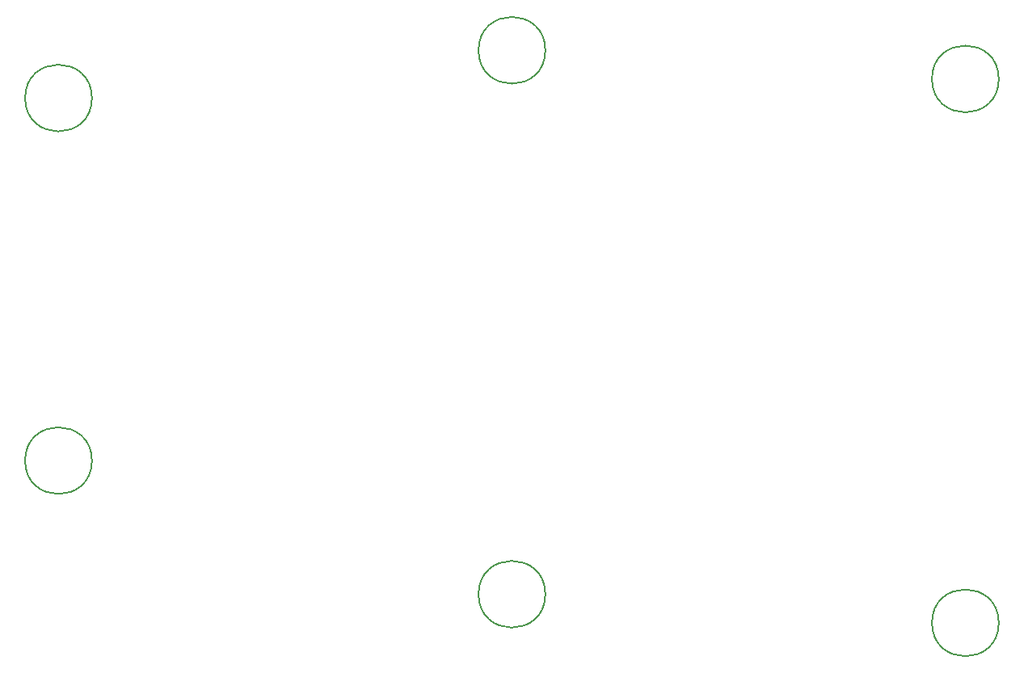
<source format=gbr>
%TF.GenerationSoftware,KiCad,Pcbnew,7.0.6*%
%TF.CreationDate,2023-08-12T15:46:35+09:00*%
%TF.ProjectId,ember,656d6265-722e-46b6-9963-61645f706362,rev?*%
%TF.SameCoordinates,Original*%
%TF.FileFunction,Other,Comment*%
%FSLAX46Y46*%
G04 Gerber Fmt 4.6, Leading zero omitted, Abs format (unit mm)*
G04 Created by KiCad (PCBNEW 7.0.6) date 2023-08-12 15:46:35*
%MOMM*%
%LPD*%
G01*
G04 APERTURE LIST*
%ADD10C,0.150000*%
G04 APERTURE END LIST*
D10*
%TO.C,H34*%
X53000000Y-87500000D02*
G75*
G03*
X53000000Y-87500000I-3500000J0D01*
G01*
%TO.C,H33*%
X53000000Y-49500000D02*
G75*
G03*
X53000000Y-49500000I-3500000J0D01*
G01*
%TO.C,H37*%
X148000000Y-47500000D02*
G75*
G03*
X148000000Y-47500000I-3500000J0D01*
G01*
%TO.C,H36*%
X148000000Y-104500000D02*
G75*
G03*
X148000000Y-104500000I-3500000J0D01*
G01*
%TO.C,H35*%
X100500000Y-101500000D02*
G75*
G03*
X100500000Y-101500000I-3500000J0D01*
G01*
%TO.C,H38*%
X100500000Y-44500000D02*
G75*
G03*
X100500000Y-44500000I-3500000J0D01*
G01*
%TD*%
M02*

</source>
